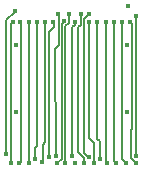
<source format=gbl>
G04*
G04 #@! TF.GenerationSoftware,Altium Limited,Altium Designer,20.0.12 (288)*
G04*
G04 Layer_Physical_Order=4*
G04 Layer_Color=16711680*
%FSLAX25Y25*%
%MOIN*%
G70*
G01*
G75*
%ADD22C,0.00600*%
%ADD23C,0.01772*%
D22*
X6804Y2534D02*
Y49102D01*
X6239Y1969D02*
X6804Y2534D01*
X6693Y49213D02*
X6804Y49102D01*
X43672Y13154D02*
X43812Y13293D01*
X43672Y3564D02*
Y13154D01*
X43812Y13293D02*
Y48391D01*
X40440Y3478D02*
X41950Y1969D01*
X43672Y3564D02*
X45234Y2002D01*
X40440Y3478D02*
Y49102D01*
X43307Y48895D02*
X43812Y48391D01*
X40440Y49102D02*
X40551Y49213D01*
X43307Y48895D02*
Y49213D01*
X25984Y5769D02*
Y47274D01*
X26742Y48031D01*
Y51545D01*
X26772Y51575D01*
X22835Y48819D02*
Y51575D01*
X21654Y47638D02*
X22835Y48819D01*
X24803Y48031D02*
Y49213D01*
X24016Y47244D02*
X24803Y48031D01*
X27842Y49911D02*
X29506Y51575D01*
X27842Y5467D02*
Y49911D01*
X29528Y10508D02*
Y49213D01*
Y10508D02*
X31324Y8711D01*
X27842Y5467D02*
X29253Y4056D01*
X29506Y51575D02*
X29528D01*
X29253Y4056D02*
X29639D01*
X25984Y5769D02*
X27953Y3801D01*
X31102Y1969D02*
X31324Y2191D01*
Y8711D01*
X27953Y1969D02*
Y3801D01*
X18504Y4331D02*
Y22206D01*
X18110Y22600D02*
X18504Y22206D01*
X18110Y22600D02*
Y40157D01*
X20472Y48524D02*
X21088Y49139D01*
X18110Y40157D02*
X19372Y41420D01*
X20472Y3543D02*
Y48524D01*
X17717Y47244D02*
Y49183D01*
X19180Y51575D02*
X19372Y51383D01*
Y41420D02*
Y51383D01*
X21088Y49139D02*
Y49457D01*
X17687Y49213D02*
X17717Y49183D01*
X14961Y8966D02*
Y49213D01*
X18898Y1969D02*
X20472Y3543D01*
X1969Y5201D02*
Y49628D01*
X3367Y2010D02*
Y4215D01*
Y48275D02*
X4247Y49155D01*
X3572Y4420D02*
Y5816D01*
X3367Y4215D02*
X3572Y4420D01*
X3367Y6021D02*
X3572Y5816D01*
X4247Y49155D02*
Y49213D01*
X1886Y5118D02*
X1969Y5201D01*
X3367Y6021D02*
Y48275D01*
X1969Y49628D02*
X4724Y52384D01*
Y52756D01*
X11417Y3543D02*
Y6978D01*
X9449Y1969D02*
Y49213D01*
X16142Y3971D02*
Y45669D01*
X12205Y7766D02*
Y49213D01*
X11417Y6978D02*
X12205Y7766D01*
X13780Y2463D02*
X14092Y2775D01*
X24016Y4331D02*
Y47244D01*
X21654Y1969D02*
Y47638D01*
X33071Y3543D02*
Y9236D01*
X35039Y2362D02*
X35433Y1969D01*
X35039Y2362D02*
Y49213D01*
X32283Y10024D02*
Y49213D01*
Y10024D02*
X33071Y9236D01*
X37795Y2756D02*
Y49213D01*
Y2756D02*
X38583Y1969D01*
X16142Y45669D02*
X17717Y47244D01*
X14092Y8098D02*
X14961Y8966D01*
X14092Y2775D02*
Y8098D01*
X45276Y4353D02*
Y51181D01*
Y4353D02*
X45358Y4270D01*
D23*
X5118Y18898D02*
D03*
Y41339D02*
D03*
X42126Y18898D02*
D03*
Y41339D02*
D03*
X42542Y54353D02*
D03*
X24803Y49213D02*
D03*
X22835Y51575D02*
D03*
X26772D02*
D03*
X29528Y49213D02*
D03*
X29639Y4056D02*
D03*
X17687Y49213D02*
D03*
X21088Y49457D02*
D03*
X14961Y49213D02*
D03*
X1886Y5118D02*
D03*
X4247Y49213D02*
D03*
X4724Y52756D02*
D03*
X11417Y3543D02*
D03*
X9449Y1969D02*
D03*
X16142Y3971D02*
D03*
X13780Y2463D02*
D03*
X24016Y4331D02*
D03*
X18504D02*
D03*
X21654Y1969D02*
D03*
X19180Y51575D02*
D03*
X18898Y1969D02*
D03*
X27953D02*
D03*
X33071Y3543D02*
D03*
X35433Y1969D02*
D03*
X31102D02*
D03*
X6239D02*
D03*
X29528Y51575D02*
D03*
X32283Y49213D02*
D03*
X35039D02*
D03*
X37795D02*
D03*
X40551D02*
D03*
X43307D02*
D03*
X12205D02*
D03*
X9449D02*
D03*
X6693D02*
D03*
X45276Y51181D02*
D03*
X38583Y1969D02*
D03*
X41950D02*
D03*
X45234Y2002D02*
D03*
X45358Y4270D02*
D03*
X24803Y1969D02*
D03*
X3367Y2010D02*
D03*
M02*

</source>
